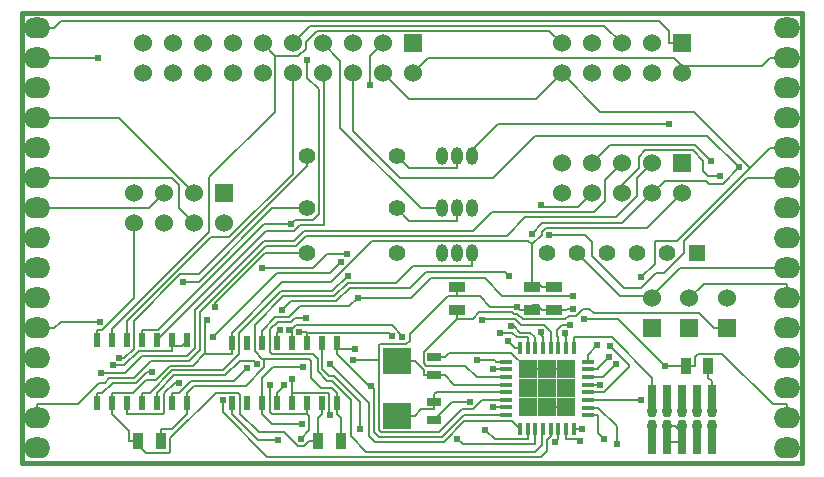
<source format=gtl>
G04 (created by PCBNEW-RS274X (2012-01-19 BZR 3256)-stable) date 20/08/2012 20:09:25*
G01*
G70*
G90*
%MOIN*%
G04 Gerber Fmt 3.4, Leading zero omitted, Abs format*
%FSLAX34Y34*%
G04 APERTURE LIST*
%ADD10C,0.006000*%
%ADD11C,0.015000*%
%ADD12O,0.088000X0.070000*%
%ADD13C,0.055000*%
%ADD14R,0.060000X0.060000*%
%ADD15C,0.060000*%
%ADD16R,0.055000X0.055000*%
%ADD17O,0.039400X0.059100*%
%ADD18R,0.020000X0.045000*%
%ADD19R,0.094500X0.086600*%
%ADD20R,0.055000X0.035000*%
%ADD21R,0.035000X0.055000*%
%ADD22R,0.045000X0.025000*%
%ADD23R,0.029500X0.082700*%
%ADD24O,0.031500X0.043300*%
%ADD25R,0.043300X0.011800*%
%ADD26R,0.011800X0.043300*%
%ADD27R,0.063400X0.063400*%
%ADD28C,0.024000*%
%ADD29C,0.008000*%
G04 APERTURE END LIST*
G54D10*
G54D11*
X25000Y00000D02*
X26000Y00000D01*
X25000Y15000D02*
X26000Y15000D01*
X25000Y15000D02*
X00000Y15000D01*
X26000Y00000D02*
X26000Y15000D01*
X00000Y00000D02*
X25000Y00000D01*
X00000Y15000D02*
X00000Y00000D01*
G54D12*
X00500Y00500D03*
X00500Y01500D03*
X00500Y02500D03*
X00500Y03500D03*
X00500Y04500D03*
X00500Y05500D03*
X00500Y06500D03*
X00500Y07500D03*
X00500Y08500D03*
X00500Y09500D03*
X00500Y10500D03*
X00500Y11500D03*
X00500Y12500D03*
X00500Y13500D03*
X00500Y14500D03*
X25500Y00500D03*
X25500Y01500D03*
X25500Y02500D03*
X25500Y03500D03*
X25500Y04500D03*
X25500Y05500D03*
X25500Y06500D03*
X25500Y07500D03*
X25500Y08500D03*
X25500Y09500D03*
X25500Y10500D03*
X25500Y11500D03*
X25500Y12500D03*
X25500Y13500D03*
X25500Y14500D03*
G54D13*
X09500Y08500D03*
X12500Y08500D03*
X09500Y07000D03*
X12500Y07000D03*
X09500Y10250D03*
X12500Y10250D03*
G54D14*
X13025Y14000D03*
G54D15*
X13025Y13000D03*
X12025Y14000D03*
X12025Y13000D03*
X11025Y14000D03*
X11025Y13000D03*
X10025Y14000D03*
X10025Y13000D03*
X09025Y14000D03*
X09025Y13000D03*
X08025Y14000D03*
X08025Y13000D03*
X07025Y14000D03*
X07025Y13000D03*
X06025Y14000D03*
X06025Y13000D03*
X05025Y14000D03*
X05025Y13000D03*
X04025Y14000D03*
X04025Y13000D03*
G54D16*
X22500Y07000D03*
G54D13*
X21500Y07000D03*
X20500Y07000D03*
X19500Y07000D03*
X18500Y07000D03*
X17500Y07000D03*
G54D17*
X15000Y08500D03*
X14500Y08500D03*
X14000Y08500D03*
X15000Y07000D03*
X14500Y07000D03*
X14000Y07000D03*
X15000Y10250D03*
X14500Y10250D03*
X14000Y10250D03*
G54D18*
X10500Y04000D03*
X10000Y04000D03*
X09500Y04000D03*
X09000Y04000D03*
X08500Y04000D03*
X08000Y04000D03*
X07500Y04000D03*
X07000Y04000D03*
X07000Y02000D03*
X07500Y02000D03*
X08000Y02000D03*
X08500Y02000D03*
X09000Y02000D03*
X09500Y02000D03*
X10000Y02000D03*
X10500Y02000D03*
X05500Y04100D03*
X05000Y04100D03*
X04500Y04100D03*
X04000Y04100D03*
X03500Y04100D03*
X03000Y04100D03*
X02500Y04100D03*
X02500Y02000D03*
X03000Y02000D03*
X03500Y02000D03*
X04000Y02000D03*
X04500Y02000D03*
X05000Y02000D03*
X05500Y02000D03*
G54D14*
X22000Y14000D03*
G54D15*
X22000Y13000D03*
X21000Y14000D03*
X21000Y13000D03*
X20000Y14000D03*
X20000Y13000D03*
X19000Y14000D03*
X19000Y13000D03*
X18000Y14000D03*
X18000Y13000D03*
G54D14*
X22000Y10000D03*
G54D15*
X22000Y09000D03*
X21000Y10000D03*
X21000Y09000D03*
X20000Y10000D03*
X20000Y09000D03*
X19000Y10000D03*
X19000Y09000D03*
X18000Y10000D03*
X18000Y09000D03*
G54D14*
X06750Y09000D03*
G54D15*
X06750Y08000D03*
X05750Y09000D03*
X05750Y08000D03*
X04750Y09000D03*
X04750Y08000D03*
X03750Y09000D03*
X03750Y08000D03*
G54D19*
X12500Y03406D03*
X12500Y01594D03*
G54D20*
X17750Y05125D03*
X17750Y05875D03*
X17000Y05125D03*
X17000Y05875D03*
X14500Y05875D03*
X14500Y05125D03*
G54D21*
X22125Y03250D03*
X22875Y03250D03*
G54D22*
X13750Y02950D03*
X13750Y03550D03*
X13750Y02050D03*
X13750Y01450D03*
G54D23*
X21000Y02200D03*
X21500Y02200D03*
X22000Y02200D03*
X22500Y02200D03*
X23000Y02200D03*
G54D24*
X21000Y01250D03*
X21000Y01750D03*
X21500Y01250D03*
X21500Y01750D03*
X22000Y01250D03*
X22000Y01750D03*
X22500Y01250D03*
X22500Y01750D03*
X23000Y01250D03*
X23000Y01750D03*
G54D23*
X23000Y00725D03*
X22500Y00725D03*
X22000Y00725D03*
X21500Y00725D03*
X21000Y00725D03*
G54D14*
X23500Y04500D03*
G54D15*
X23500Y05500D03*
G54D14*
X22250Y04500D03*
G54D15*
X22250Y05500D03*
G54D14*
X21000Y04500D03*
G54D15*
X21000Y05500D03*
G54D21*
X04625Y00750D03*
X03875Y00750D03*
X10625Y00750D03*
X09875Y00750D03*
G54D25*
X16142Y03393D03*
G54D26*
X16607Y01142D03*
G54D25*
X18858Y01607D03*
G54D26*
X18393Y03858D03*
G54D25*
X16142Y03138D03*
G54D26*
X16862Y01142D03*
G54D25*
X18858Y01862D03*
G54D26*
X18138Y03858D03*
G54D25*
X16142Y02883D03*
G54D26*
X17117Y01142D03*
G54D25*
X18858Y02117D03*
G54D26*
X17883Y03858D03*
G54D25*
X16142Y02628D03*
G54D26*
X17372Y01142D03*
G54D25*
X18858Y02372D03*
G54D26*
X17628Y03858D03*
G54D25*
X16142Y02373D03*
G54D26*
X17627Y01142D03*
G54D25*
X18858Y02627D03*
G54D26*
X17373Y03858D03*
G54D25*
X16142Y02118D03*
G54D26*
X17882Y01142D03*
G54D25*
X18858Y02882D03*
G54D26*
X17118Y03858D03*
G54D25*
X16142Y01863D03*
G54D26*
X18137Y01142D03*
G54D25*
X18858Y03137D03*
G54D26*
X16863Y03858D03*
G54D25*
X16142Y01608D03*
G54D26*
X18392Y01142D03*
G54D25*
X18858Y03392D03*
G54D26*
X16608Y03858D03*
G54D27*
X18130Y01870D03*
X17500Y01870D03*
X17500Y02500D03*
X18130Y02500D03*
X16870Y01870D03*
X16870Y02500D03*
X16870Y03130D03*
X17500Y03130D03*
X18130Y03130D03*
G54D28*
X16499Y05228D03*
X11038Y03452D03*
X21446Y03250D03*
X18748Y04819D03*
X18362Y05156D03*
X17307Y04365D03*
X02542Y13500D03*
X23905Y09866D03*
X16996Y07659D03*
X16315Y04579D03*
X18599Y00745D03*
X22962Y10069D03*
X11281Y01151D03*
X11651Y02569D03*
X11096Y03826D03*
X17290Y08612D03*
X18363Y05577D03*
X19183Y03946D03*
X11204Y05527D03*
X19391Y00827D03*
X23267Y09571D03*
X08549Y00768D03*
X09322Y01307D03*
X15446Y01122D03*
X09381Y03206D03*
X10261Y03320D03*
X08745Y02610D03*
X18665Y01142D03*
X10255Y01604D03*
X09015Y02798D03*
X14518Y00816D03*
X08276Y02610D03*
X09303Y00820D03*
X12349Y04234D03*
X15171Y03438D03*
X09244Y04374D03*
X12677Y04212D03*
X19278Y02627D03*
X08920Y04433D03*
X08596Y04433D03*
X18091Y04338D03*
X16228Y06245D03*
X08676Y05121D03*
X02646Y03021D03*
X04325Y03039D03*
X17573Y07610D03*
X15721Y01863D03*
X08973Y07983D03*
X09517Y13453D03*
X09461Y04850D03*
X19589Y03924D03*
X18286Y04615D03*
X19826Y00637D03*
X03039Y03265D03*
X20651Y06214D03*
X19571Y03544D03*
X11601Y12625D03*
X10645Y06729D03*
X06374Y04220D03*
X05233Y02691D03*
X19799Y03315D03*
X10865Y06259D03*
X07838Y03312D03*
X10836Y06994D03*
X07990Y06524D03*
X07514Y03184D03*
X15329Y04782D03*
X05385Y06056D03*
X06450Y05216D03*
X06688Y02119D03*
X02609Y04728D03*
X03241Y03520D03*
X17783Y00714D03*
X20639Y02117D03*
X15718Y03138D03*
X14937Y02047D03*
X06176Y04773D03*
X16215Y04091D03*
X15928Y04335D03*
X21577Y11327D03*
G54D29*
X21446Y03250D02*
X19877Y04819D01*
X11904Y03452D02*
X11904Y03941D01*
X11904Y03941D02*
X11926Y03963D01*
X11926Y03963D02*
X12812Y03963D01*
X12812Y03963D02*
X12931Y04082D01*
X12931Y04082D02*
X12931Y04306D01*
X12931Y04306D02*
X14202Y05577D01*
X14202Y05577D02*
X14500Y05577D01*
X11904Y03452D02*
X11038Y03452D01*
X19877Y04819D02*
X18748Y04819D01*
X16499Y05228D02*
X15614Y05228D01*
X15614Y05228D02*
X15265Y05577D01*
X15265Y05577D02*
X14500Y05577D01*
X16602Y05125D02*
X16499Y05228D01*
X14500Y05875D02*
X14500Y05577D01*
X11904Y03452D02*
X11904Y01109D01*
X11904Y01109D02*
X11975Y01038D01*
X11975Y01038D02*
X13901Y01038D01*
X13901Y01038D02*
X14667Y01804D01*
X14667Y01804D02*
X15038Y01804D01*
X15038Y01804D02*
X15352Y02118D01*
X15352Y02118D02*
X16142Y02118D01*
X17000Y05274D02*
X17203Y05274D01*
X22423Y03250D02*
X22423Y03548D01*
X22423Y03548D02*
X22537Y03662D01*
X22537Y03662D02*
X23338Y03662D01*
X23338Y03662D02*
X25027Y01973D01*
X25027Y01973D02*
X25500Y01973D01*
X25500Y01500D02*
X25500Y01973D01*
X17000Y05125D02*
X16602Y05125D01*
X17551Y05125D02*
X17352Y05125D01*
X21000Y01250D02*
X21000Y00725D01*
X17203Y05274D02*
X17352Y05125D01*
X17000Y05125D02*
X17000Y05274D01*
X22125Y03250D02*
X22423Y03250D01*
X21446Y03250D02*
X22125Y03250D01*
X17750Y05125D02*
X18148Y05125D01*
X18148Y05125D02*
X18179Y05156D01*
X18179Y05156D02*
X18362Y05156D01*
X17373Y03858D02*
X17373Y04198D01*
X17308Y04365D02*
X17307Y04365D01*
X17308Y04263D02*
X17308Y04365D01*
X17373Y04198D02*
X17308Y04263D01*
X17551Y05125D02*
X17750Y05125D01*
X00500Y13500D02*
X02542Y13500D01*
X23500Y04500D02*
X23077Y04500D01*
X18914Y05161D02*
X18711Y05161D01*
X19066Y05009D02*
X18914Y05161D01*
X22568Y05009D02*
X19066Y05009D01*
X23077Y04500D02*
X22568Y05009D01*
X13401Y03728D02*
X14500Y04827D01*
X13401Y03333D02*
X13401Y03728D01*
X13476Y03258D02*
X13401Y03333D01*
X14783Y03258D02*
X13476Y03258D01*
X15158Y02883D02*
X14783Y03258D01*
X16142Y02883D02*
X15158Y02883D01*
X18711Y05161D02*
X18463Y04913D01*
X18463Y04913D02*
X18232Y04913D01*
X18232Y04913D02*
X18117Y04798D01*
X18117Y04798D02*
X16694Y04798D01*
X16694Y04798D02*
X16507Y04985D01*
X16507Y04985D02*
X16399Y04985D01*
X16399Y04985D02*
X16353Y05031D01*
X16353Y05031D02*
X15232Y05031D01*
X15232Y05031D02*
X15028Y04827D01*
X15028Y04827D02*
X14500Y04827D01*
X14500Y05125D02*
X14500Y04827D01*
X17118Y03858D02*
X17118Y04198D01*
X16954Y04362D02*
X16612Y04362D01*
X17118Y04198D02*
X16954Y04362D01*
X11025Y11093D02*
X12593Y09525D01*
X16612Y04362D02*
X16395Y04579D01*
X16395Y04579D02*
X16315Y04579D01*
X11025Y13000D02*
X11025Y11093D01*
X12593Y09525D02*
X15691Y09525D01*
X17353Y08016D02*
X16996Y07659D01*
X20016Y08016D02*
X17353Y08016D01*
X21000Y09000D02*
X20016Y08016D01*
X23368Y09328D02*
X23905Y09865D01*
X21000Y09000D02*
X21424Y09424D01*
X22897Y09328D02*
X23368Y09328D01*
X15691Y09525D02*
X17092Y10926D01*
X23905Y09865D02*
X23905Y09866D01*
X22845Y10926D02*
X23905Y09866D01*
X21424Y09424D02*
X22801Y09424D01*
X17092Y10926D02*
X22845Y10926D01*
X22801Y09424D02*
X22897Y09328D01*
X10400Y02913D02*
X11281Y02032D01*
X11281Y02032D02*
X11281Y01151D01*
X10018Y03634D02*
X10018Y03134D01*
X10239Y02913D02*
X10400Y02913D01*
X10018Y03134D02*
X10239Y02913D01*
X10000Y03652D02*
X10018Y03634D01*
X18137Y01142D02*
X18137Y00803D01*
X18541Y00803D02*
X18599Y00745D01*
X18137Y00803D02*
X18541Y00803D01*
X10000Y04000D02*
X10000Y03652D01*
X22431Y10600D02*
X22962Y10069D01*
X19600Y10600D02*
X22431Y10600D01*
X19000Y10000D02*
X19600Y10600D01*
X11578Y02569D02*
X11651Y02569D01*
X10500Y03826D02*
X11096Y03826D01*
X14732Y01608D02*
X15802Y01608D01*
X13999Y00875D02*
X14732Y01608D01*
X11907Y00875D02*
X13999Y00875D01*
X11735Y01047D02*
X11907Y00875D01*
X11735Y02485D02*
X11735Y01047D01*
X11651Y02569D02*
X11735Y02485D01*
X16142Y01608D02*
X15802Y01608D01*
X10500Y03647D02*
X11578Y02569D01*
X10500Y03652D02*
X10500Y03647D01*
X10500Y04000D02*
X10500Y03826D01*
X10500Y03826D02*
X10500Y03652D01*
X17372Y08530D02*
X17290Y08612D01*
X18530Y08530D02*
X17372Y08530D01*
X19000Y09000D02*
X18530Y08530D01*
X13626Y06174D02*
X15422Y06174D01*
X11204Y05527D02*
X12979Y05527D01*
X12979Y05527D02*
X13626Y06174D01*
X15422Y06174D02*
X16019Y05577D01*
X16019Y05577D02*
X18363Y05577D01*
X08000Y04000D02*
X08000Y04424D01*
X08000Y04424D02*
X08454Y04878D01*
X08454Y04878D02*
X08911Y04878D01*
X08911Y04878D02*
X09274Y05241D01*
X09274Y05241D02*
X10918Y05241D01*
X10918Y05241D02*
X11204Y05527D01*
X18858Y03392D02*
X18858Y03621D01*
X18858Y03621D02*
X19183Y03946D01*
X07000Y01652D02*
X07884Y00768D01*
X07000Y02000D02*
X07000Y01652D01*
X07884Y00768D02*
X08549Y00768D01*
X19198Y01607D02*
X19198Y01020D01*
X19198Y01020D02*
X19391Y00827D01*
X18858Y01607D02*
X19198Y01607D01*
X20000Y09279D02*
X20000Y09000D01*
X20559Y09838D02*
X20000Y09279D01*
X20559Y10224D02*
X20559Y09838D01*
X20772Y10437D02*
X20559Y10224D01*
X22362Y10437D02*
X20772Y10437D01*
X23267Y09571D02*
X22885Y09571D01*
X22717Y09739D02*
X22717Y10082D01*
X22885Y09571D02*
X22717Y09739D01*
X22717Y10082D02*
X22362Y10437D01*
X08000Y02000D02*
X08000Y01826D01*
X16862Y00803D02*
X15765Y00803D01*
X08375Y03206D02*
X09381Y03206D01*
X08345Y01307D02*
X09322Y01307D01*
X08000Y02000D02*
X08000Y02831D01*
X08000Y01652D02*
X08345Y01307D01*
X15765Y00803D02*
X15446Y01122D01*
X08000Y01826D02*
X08000Y01652D01*
X08000Y02831D02*
X08375Y03206D01*
X16862Y01142D02*
X16862Y00803D01*
X08500Y02000D02*
X08500Y02348D01*
X16352Y01397D02*
X16607Y01142D01*
X14753Y01397D02*
X16352Y01397D01*
X14067Y00711D02*
X14753Y01397D01*
X11777Y00711D02*
X14067Y00711D01*
X11571Y00917D02*
X11777Y00711D01*
X11571Y02010D02*
X11571Y00917D01*
X10261Y03320D02*
X11571Y02010D01*
X08500Y02348D02*
X08745Y02593D01*
X08745Y02593D02*
X08745Y02610D01*
X10255Y01604D02*
X10254Y01604D01*
X10203Y02348D02*
X09000Y02348D01*
X09000Y02783D02*
X09015Y02798D01*
X09000Y02348D02*
X09000Y02783D01*
X10254Y01604D02*
X10254Y02297D01*
X09000Y02000D02*
X09000Y02348D01*
X18392Y01142D02*
X18665Y01142D01*
X10254Y02297D02*
X10203Y02348D01*
X09500Y01652D02*
X08349Y01652D01*
X08349Y01652D02*
X08276Y01725D01*
X08276Y01725D02*
X08276Y02610D01*
X09303Y00820D02*
X09579Y01096D01*
X09579Y01573D02*
X09500Y01652D01*
X09500Y02000D02*
X09500Y01652D01*
X17117Y01142D02*
X17117Y00652D01*
X17117Y00652D02*
X17095Y00630D01*
X17095Y00630D02*
X14704Y00630D01*
X14704Y00630D02*
X14518Y00816D01*
X09579Y01096D02*
X09579Y01573D01*
X09500Y04348D02*
X09474Y04374D01*
X12235Y04348D02*
X09500Y04348D01*
X12349Y04234D02*
X12235Y04348D01*
X16142Y03393D02*
X15802Y03393D01*
X15802Y03393D02*
X15757Y03438D01*
X15757Y03438D02*
X15171Y03438D01*
X09474Y04374D02*
X09244Y04374D01*
X09500Y04000D02*
X09500Y04348D01*
X12677Y04261D02*
X12331Y04607D01*
X12331Y04607D02*
X09361Y04607D01*
X09361Y04607D02*
X09350Y04618D01*
X09350Y04618D02*
X09127Y04618D01*
X09127Y04618D02*
X09000Y04491D01*
X09000Y04491D02*
X09000Y04433D01*
X09000Y04433D02*
X08920Y04433D01*
X09000Y04000D02*
X09000Y04433D01*
X18858Y02627D02*
X19278Y02627D01*
X12677Y04212D02*
X12677Y04261D01*
X16096Y06377D02*
X16228Y06245D01*
X13461Y06377D02*
X16096Y06377D01*
X12937Y05853D02*
X13461Y06377D01*
X10935Y05853D02*
X12937Y05853D01*
X10486Y05404D02*
X10935Y05853D01*
X08959Y05404D02*
X10486Y05404D01*
X08676Y05121D02*
X08959Y05404D01*
X18138Y04198D02*
X18091Y04245D01*
X08500Y04000D02*
X08500Y04348D01*
X08511Y04348D02*
X08596Y04433D01*
X08500Y04348D02*
X08511Y04348D01*
X18091Y04245D02*
X18091Y04338D01*
X18138Y03858D02*
X18138Y04198D01*
X09123Y07251D02*
X08131Y07251D01*
X21000Y10000D02*
X20500Y09500D01*
X20500Y09500D02*
X20500Y08896D01*
X20500Y08896D02*
X19807Y08203D01*
X19807Y08203D02*
X16785Y08203D01*
X16785Y08203D02*
X16168Y07586D01*
X16168Y07586D02*
X09458Y07586D01*
X09458Y07586D02*
X09123Y07251D01*
X08131Y07251D02*
X05925Y05045D01*
X05925Y05045D02*
X05925Y03793D01*
X05925Y03793D02*
X05556Y03424D01*
X05556Y03424D02*
X04316Y03424D01*
X04316Y03424D02*
X03750Y02858D01*
X03750Y02858D02*
X02920Y02858D01*
X02920Y02858D02*
X02757Y02695D01*
X02757Y02695D02*
X02587Y02695D01*
X02587Y02695D02*
X01865Y01973D01*
X01865Y01973D02*
X00500Y01973D01*
X00500Y01500D02*
X00500Y01973D01*
X15041Y07749D02*
X09390Y07749D01*
X08063Y07414D02*
X05762Y05113D01*
X09055Y07414D02*
X08063Y07414D01*
X09390Y07749D02*
X09055Y07414D01*
X05762Y05113D02*
X05762Y03861D01*
X15658Y08366D02*
X15041Y07749D01*
X19068Y08366D02*
X15658Y08366D01*
X19434Y08732D02*
X19068Y08366D01*
X19434Y09434D02*
X19434Y08732D01*
X20000Y10000D02*
X19434Y09434D01*
X05488Y03587D02*
X04017Y03587D01*
X04017Y03587D02*
X03451Y03021D01*
X03451Y03021D02*
X02646Y03021D01*
X05762Y03861D02*
X05488Y03587D01*
X02500Y02000D02*
X02500Y02348D01*
X17573Y07610D02*
X18774Y07610D01*
X03023Y02695D02*
X03818Y02695D01*
X18774Y07610D02*
X19000Y07384D01*
X04162Y03039D02*
X04325Y03039D01*
X03818Y02695D02*
X04162Y03039D01*
X02676Y02348D02*
X03023Y02695D01*
X02500Y02348D02*
X02676Y02348D01*
X24169Y09500D02*
X25500Y09500D01*
X22070Y07401D02*
X24169Y09500D01*
X22070Y06996D02*
X22070Y07401D01*
X21406Y06332D02*
X22070Y06996D01*
X21138Y06332D02*
X21406Y06332D01*
X20654Y05848D02*
X21138Y06332D01*
X20061Y05848D02*
X20654Y05848D01*
X19000Y06909D02*
X20061Y05848D01*
X19000Y07384D02*
X19000Y06909D01*
X08140Y07740D02*
X09074Y07740D01*
X04500Y04100D02*
X08140Y07740D01*
X09074Y07740D02*
X09271Y07937D01*
X16142Y01863D02*
X15721Y01863D01*
X10073Y12952D02*
X10025Y13000D01*
X10073Y07947D02*
X10073Y12952D01*
X10063Y07937D02*
X10073Y07947D01*
X09271Y07937D02*
X10063Y07937D01*
X08973Y07983D02*
X09091Y08101D01*
X10332Y02750D02*
X10955Y02127D01*
X10955Y02127D02*
X10955Y00907D01*
X10171Y02750D02*
X10332Y02750D01*
X11476Y00386D02*
X17112Y00386D01*
X17112Y00386D02*
X17328Y00602D01*
X17328Y00602D02*
X17328Y01098D01*
X17328Y01098D02*
X17372Y01142D01*
X10955Y00907D02*
X11476Y00386D01*
X09855Y03066D02*
X10171Y02750D01*
X09855Y03490D02*
X09855Y03066D01*
X09693Y03652D02*
X09855Y03490D01*
X08349Y03652D02*
X09693Y03652D01*
X08276Y03725D02*
X08349Y03652D01*
X08276Y04469D02*
X08276Y03725D01*
X08522Y04715D02*
X08276Y04469D01*
X08979Y04715D02*
X08522Y04715D01*
X09114Y04850D02*
X08979Y04715D01*
X09461Y04850D02*
X09114Y04850D01*
X09517Y12850D02*
X09517Y13453D01*
X04000Y04100D02*
X04000Y04448D01*
X09611Y14586D02*
X19414Y14586D01*
X09091Y08101D02*
X09703Y08101D01*
X09703Y08101D02*
X09904Y08302D01*
X09025Y14000D02*
X09611Y14586D01*
X04000Y04448D02*
X04525Y04448D01*
X19414Y14586D02*
X20000Y14000D01*
X08060Y07983D02*
X08973Y07983D01*
X09904Y12463D02*
X09517Y12850D01*
X09904Y08302D02*
X09904Y12463D01*
X04525Y04448D02*
X08060Y07983D01*
X06903Y07536D02*
X06291Y07536D01*
X09025Y13000D02*
X09025Y09658D01*
X09025Y09658D02*
X06903Y07536D01*
X20245Y03268D02*
X19589Y03924D01*
X20245Y03196D02*
X20245Y03268D01*
X19421Y02372D02*
X20245Y03196D01*
X18858Y02372D02*
X19421Y02372D01*
X06291Y07536D02*
X03500Y04745D01*
X03500Y04745D02*
X03500Y04448D01*
X03500Y04100D02*
X03500Y04448D01*
X18286Y04615D02*
X18012Y04615D01*
X17848Y04233D02*
X17883Y04198D01*
X03000Y04476D02*
X03000Y04448D01*
X06251Y07727D02*
X03000Y04476D01*
X06251Y09531D02*
X06251Y07727D01*
X08449Y11729D02*
X06251Y09531D01*
X08449Y13576D02*
X08449Y11729D01*
X18012Y04615D02*
X17848Y04451D01*
X03000Y04100D02*
X03000Y04448D01*
X08449Y13576D02*
X08025Y14000D01*
X09212Y13576D02*
X08449Y13576D01*
X09462Y13826D02*
X09212Y13576D01*
X09462Y14036D02*
X09462Y13826D01*
X09849Y14423D02*
X09462Y14036D01*
X17848Y04451D02*
X17848Y04233D01*
X17883Y03858D02*
X17883Y04198D01*
X18000Y14000D02*
X17577Y14423D01*
X17577Y14423D02*
X09849Y14423D01*
X05000Y03752D02*
X03889Y03752D01*
X03889Y03752D02*
X03402Y03265D01*
X03402Y03265D02*
X03039Y03265D01*
X05000Y03926D02*
X05326Y03926D01*
X05326Y03926D02*
X05500Y04100D01*
X05000Y03926D02*
X05000Y03752D01*
X05000Y04100D02*
X05000Y03926D01*
X18858Y01862D02*
X19198Y01862D01*
X19826Y01234D02*
X19826Y00637D01*
X19198Y01862D02*
X19826Y01234D01*
X12025Y13000D02*
X12888Y12137D01*
X21088Y07377D02*
X21088Y06651D01*
X21110Y07399D02*
X21088Y07377D01*
X21836Y07399D02*
X21110Y07399D01*
X24284Y09847D02*
X21836Y07399D01*
X22404Y11727D02*
X24284Y09847D01*
X19273Y11727D02*
X22404Y11727D01*
X18000Y13000D02*
X19273Y11727D01*
X17137Y12137D02*
X18000Y13000D01*
X12888Y12137D02*
X17137Y12137D01*
X24284Y09847D02*
X24937Y10500D01*
X21088Y06651D02*
X20651Y06214D01*
X18858Y03137D02*
X19198Y03137D01*
X19198Y03137D02*
X19198Y03171D01*
X19198Y03171D02*
X19571Y03544D01*
X25500Y10500D02*
X24937Y10500D01*
X19366Y02882D02*
X19799Y03315D01*
X18858Y02882D02*
X19366Y02882D01*
X10261Y06345D02*
X10645Y06729D01*
X08499Y06345D02*
X10261Y06345D01*
X06374Y04220D02*
X08499Y06345D01*
X12025Y14000D02*
X11601Y13576D01*
X11601Y13576D02*
X11601Y12625D01*
X03500Y01652D02*
X04711Y01652D01*
X04711Y01652D02*
X04732Y01673D01*
X04732Y01673D02*
X04732Y02330D01*
X03500Y02000D02*
X03500Y01652D01*
X05093Y02691D02*
X05233Y02691D01*
X04732Y02330D02*
X05093Y02691D01*
X04000Y02348D02*
X04264Y02348D01*
X04264Y02348D02*
X05014Y03098D01*
X05014Y03098D02*
X06689Y03098D01*
X06689Y03098D02*
X07246Y03655D01*
X07246Y03655D02*
X07246Y04335D01*
X07246Y04335D02*
X08641Y05730D01*
X08641Y05730D02*
X10336Y05730D01*
X10336Y05730D02*
X10865Y06259D01*
X14000Y08500D02*
X13291Y08500D01*
X13291Y08500D02*
X10601Y11190D01*
X10601Y11190D02*
X10601Y13424D01*
X10601Y13424D02*
X10025Y14000D01*
X04000Y02000D02*
X04000Y02348D01*
X07838Y03312D02*
X07723Y03427D01*
X07723Y03427D02*
X07261Y03427D01*
X07261Y03427D02*
X06769Y02935D01*
X06769Y02935D02*
X05087Y02935D01*
X05087Y02935D02*
X04500Y02348D01*
X04500Y02000D02*
X04500Y02348D01*
X10836Y06994D02*
X10172Y06994D01*
X10172Y06994D02*
X09702Y06524D01*
X05000Y02348D02*
X05234Y02348D01*
X09702Y06524D02*
X07990Y06524D01*
X05234Y02348D02*
X05641Y02755D01*
X05000Y02000D02*
X05000Y02348D01*
X05641Y02755D02*
X07085Y02755D01*
X07085Y02755D02*
X07514Y03184D01*
X15369Y04822D02*
X15329Y04782D01*
X17628Y03858D02*
X17628Y04198D01*
X16439Y04822D02*
X15369Y04822D01*
X16644Y04617D02*
X16439Y04822D01*
X17400Y04617D02*
X16644Y04617D01*
X17628Y04389D02*
X17400Y04617D01*
X17628Y04198D02*
X17628Y04389D01*
X05901Y06056D02*
X05385Y06056D01*
X08345Y08500D02*
X05901Y06056D01*
X09500Y08500D02*
X08345Y08500D01*
X01063Y04500D02*
X01291Y04728D01*
X08182Y00223D02*
X06688Y01717D01*
X06450Y05338D02*
X06450Y05216D01*
X08112Y07000D02*
X06450Y05338D01*
X09500Y07000D02*
X08112Y07000D01*
X01291Y04728D02*
X02609Y04728D01*
X17627Y01142D02*
X17627Y00901D01*
X17627Y00901D02*
X17491Y00765D01*
X17491Y00765D02*
X17491Y00406D01*
X17491Y00406D02*
X17308Y00223D01*
X17308Y00223D02*
X08182Y00223D01*
X06688Y01717D02*
X06688Y02119D01*
X00500Y04500D02*
X01063Y04500D01*
X05898Y06299D02*
X05285Y06299D01*
X09500Y10250D02*
X09500Y09901D01*
X09500Y09901D02*
X05898Y06299D01*
X05285Y06299D02*
X03724Y04738D01*
X03724Y04738D02*
X03724Y03825D01*
X03724Y03825D02*
X03420Y03521D01*
X03420Y03521D02*
X03241Y03521D01*
X03241Y03521D02*
X03241Y03520D01*
X17882Y00803D02*
X17872Y00803D01*
X17872Y00803D02*
X17783Y00714D01*
X17882Y01142D02*
X17882Y00803D01*
X05750Y08000D02*
X05250Y08500D01*
X05250Y08500D02*
X05250Y09268D01*
X05250Y09268D02*
X05018Y09500D01*
X05018Y09500D02*
X00500Y09500D01*
X03250Y11500D02*
X00500Y11500D01*
X05750Y09000D02*
X03250Y11500D01*
X04250Y08500D02*
X00500Y08500D01*
X04750Y09000D02*
X04250Y08500D01*
X21500Y01750D02*
X21500Y02200D01*
X18858Y02117D02*
X20639Y02117D01*
X18393Y03858D02*
X18393Y04198D01*
X21000Y02857D02*
X19659Y04198D01*
X21000Y02736D02*
X21000Y02857D01*
X19659Y04198D02*
X18393Y04198D01*
X21000Y01750D02*
X21000Y02200D01*
X21000Y02200D02*
X21000Y02736D01*
X16142Y03138D02*
X15718Y03138D01*
X23000Y02200D02*
X23000Y02736D01*
X22875Y03250D02*
X22875Y02852D01*
X23000Y02736D02*
X22991Y02736D01*
X22991Y02736D02*
X22875Y02852D01*
X23000Y01750D02*
X23000Y02200D01*
X25500Y05500D02*
X25500Y05973D01*
X22250Y05500D02*
X22723Y05973D01*
X22723Y05973D02*
X25500Y05973D01*
X25500Y06500D02*
X24937Y06500D01*
X21000Y05568D02*
X21000Y05500D01*
X21931Y06499D02*
X21000Y05568D01*
X24937Y06499D02*
X21931Y06499D01*
X24937Y06500D02*
X24937Y06499D01*
X19932Y05568D02*
X18500Y07000D01*
X21000Y05568D02*
X19932Y05568D01*
X20853Y07853D02*
X17473Y07853D01*
X17330Y07710D02*
X17330Y07628D01*
X17473Y07853D02*
X17330Y07710D01*
X17330Y07628D02*
X17000Y07298D01*
X06104Y03666D02*
X06104Y04701D01*
X09203Y00577D02*
X09404Y00577D01*
X22000Y09000D02*
X20853Y07853D01*
X09404Y00577D02*
X09577Y00750D01*
X02500Y04100D02*
X02500Y04448D01*
X03750Y08000D02*
X03750Y05520D01*
X03750Y05520D02*
X02678Y04448D01*
X02678Y04448D02*
X02500Y04448D01*
X17000Y07298D02*
X17000Y06173D01*
X03000Y02348D02*
X03702Y02348D01*
X03702Y02348D02*
X04128Y02774D01*
X04128Y02774D02*
X04459Y02774D01*
X04459Y02774D02*
X04946Y03261D01*
X04946Y03261D02*
X05699Y03261D01*
X05699Y03261D02*
X06104Y03666D01*
X06104Y04701D02*
X06176Y04773D01*
X08686Y06034D02*
X10294Y06034D01*
X14937Y02047D02*
X14347Y02047D01*
X14347Y02047D02*
X13750Y01450D01*
X13750Y03550D02*
X14098Y03550D01*
X16903Y03130D02*
X16871Y03130D01*
X16871Y03130D02*
X16319Y03682D01*
X16319Y03682D02*
X14230Y03682D01*
X14230Y03682D02*
X14098Y03550D01*
X16903Y03130D02*
X16870Y03130D01*
X17500Y03130D02*
X16903Y03130D01*
X07000Y04348D02*
X08686Y06034D01*
X08741Y01039D02*
X09203Y00577D01*
X10294Y06034D02*
X11679Y07419D01*
X11679Y07419D02*
X16879Y07419D01*
X16879Y07419D02*
X17000Y07298D01*
X03726Y00750D02*
X04125Y00351D01*
X04125Y00351D02*
X04919Y00351D01*
X04919Y00351D02*
X04941Y00373D01*
X04941Y00373D02*
X04941Y00837D01*
X04941Y00837D02*
X06466Y02362D01*
X06466Y02362D02*
X07193Y02362D01*
X07193Y02362D02*
X07277Y02278D01*
X07277Y02278D02*
X07277Y01660D01*
X07277Y01660D02*
X07898Y01039D01*
X07898Y01039D02*
X08741Y01039D01*
X03577Y00750D02*
X03577Y01075D01*
X03577Y01075D02*
X03000Y01652D01*
X22000Y13250D02*
X24687Y13250D01*
X24687Y13250D02*
X24937Y13500D01*
X13025Y13000D02*
X13525Y13500D01*
X13525Y13500D02*
X21750Y13500D01*
X21750Y13500D02*
X22000Y13250D01*
X22000Y13250D02*
X22000Y13000D01*
X25500Y13500D02*
X24937Y13500D01*
X21500Y01250D02*
X21781Y01250D01*
X22000Y01080D02*
X21951Y01080D01*
X21951Y01080D02*
X21781Y01250D01*
X22000Y01080D02*
X22000Y00910D01*
X22000Y01250D02*
X22000Y01080D01*
X23000Y00725D02*
X23000Y01250D01*
X17500Y01870D02*
X18130Y01870D01*
X18130Y03130D02*
X17500Y03130D01*
X07000Y04000D02*
X07000Y04348D01*
X06104Y03666D02*
X06118Y03652D01*
X06118Y03652D02*
X07000Y03652D01*
X09875Y00750D02*
X09577Y00750D01*
X03000Y01982D02*
X03000Y01652D01*
X03726Y00750D02*
X03577Y00750D01*
X03875Y00750D02*
X03726Y00750D01*
X17750Y05875D02*
X17352Y05875D01*
X17000Y06024D02*
X17203Y06024D01*
X17203Y06024D02*
X17352Y05875D01*
X17000Y06024D02*
X17000Y06173D01*
X17000Y05875D02*
X17000Y06024D01*
X07000Y04000D02*
X07000Y03652D01*
X03000Y02000D02*
X03000Y02348D01*
X22000Y00725D02*
X21500Y00725D01*
X03000Y01982D02*
X03000Y02000D01*
X09875Y00750D02*
X09875Y01148D01*
X09875Y01527D02*
X09875Y01148D01*
X10000Y01652D02*
X09875Y01527D01*
X10000Y02000D02*
X10000Y01652D01*
X22000Y00725D02*
X22000Y00910D01*
X14500Y08081D02*
X12919Y08081D01*
X14500Y08500D02*
X14500Y08081D01*
X12919Y08081D02*
X12500Y08500D01*
X14500Y10250D02*
X14500Y09831D01*
X12919Y09831D02*
X12500Y10250D01*
X14500Y09831D02*
X12919Y09831D01*
X13750Y01802D02*
X13304Y01802D01*
X16142Y02373D02*
X15802Y02373D01*
X15802Y02373D02*
X13825Y02373D01*
X13825Y02373D02*
X13750Y02298D01*
X13750Y02050D02*
X13750Y02298D01*
X12500Y01594D02*
X13096Y01594D01*
X13750Y02050D02*
X13750Y01802D01*
X13304Y01802D02*
X13096Y01594D01*
X16448Y03858D02*
X16215Y04091D01*
X16608Y03858D02*
X16448Y03858D01*
X15928Y04335D02*
X16353Y04335D01*
X16353Y04335D02*
X16490Y04198D01*
X16490Y04198D02*
X16863Y04198D01*
X16863Y03858D02*
X16863Y04198D01*
X13402Y03100D02*
X13096Y03406D01*
X13402Y02950D02*
X13402Y03100D01*
X12500Y03406D02*
X13096Y03406D01*
X13750Y02950D02*
X13402Y02950D01*
X13750Y02950D02*
X14098Y02950D01*
X16142Y02628D02*
X15802Y02628D01*
X14420Y02628D02*
X14098Y02950D01*
X15802Y02628D02*
X14420Y02628D01*
X09574Y03488D02*
X08081Y03488D01*
X09634Y02843D02*
X09634Y03428D01*
X09634Y03428D02*
X09574Y03488D01*
X10500Y02348D02*
X10336Y02512D01*
X09965Y02512D02*
X09634Y02843D01*
X10336Y02512D02*
X09965Y02512D01*
X10500Y02000D02*
X10500Y02348D01*
X05500Y02348D02*
X05743Y02591D01*
X05743Y02591D02*
X07461Y02591D01*
X07461Y02591D02*
X08081Y03211D01*
X08081Y03211D02*
X08081Y03488D01*
X15000Y07000D02*
X15000Y06581D01*
X05500Y02000D02*
X05500Y02348D01*
X13042Y06581D02*
X15000Y06581D01*
X12477Y06016D02*
X13042Y06581D01*
X10867Y06016D02*
X12477Y06016D01*
X10418Y05567D02*
X10867Y06016D01*
X08709Y05567D02*
X10418Y05567D01*
X07759Y04617D02*
X08709Y05567D01*
X07759Y03735D02*
X07759Y04617D01*
X08006Y03488D02*
X07759Y03735D01*
X08081Y03488D02*
X08006Y03488D01*
X21577Y14423D02*
X21243Y14757D01*
X10625Y00750D02*
X10625Y01148D01*
X10625Y01527D02*
X10500Y01652D01*
X10625Y01148D02*
X10625Y01527D01*
X10500Y01826D02*
X10500Y01652D01*
X04996Y01148D02*
X04625Y01148D01*
X05500Y01652D02*
X04996Y01148D01*
X05500Y02000D02*
X05500Y01652D01*
X04625Y00750D02*
X04625Y01148D01*
X00500Y14500D02*
X01063Y14500D01*
X01320Y14757D02*
X01063Y14500D01*
X21243Y14757D02*
X01320Y14757D01*
X10500Y01826D02*
X10500Y02000D01*
X21577Y14000D02*
X21577Y14423D01*
X15000Y10250D02*
X15000Y10460D01*
X15867Y11327D02*
X21577Y11327D01*
X15000Y10460D02*
X15867Y11327D01*
X22000Y14000D02*
X21577Y14000D01*
M02*

</source>
